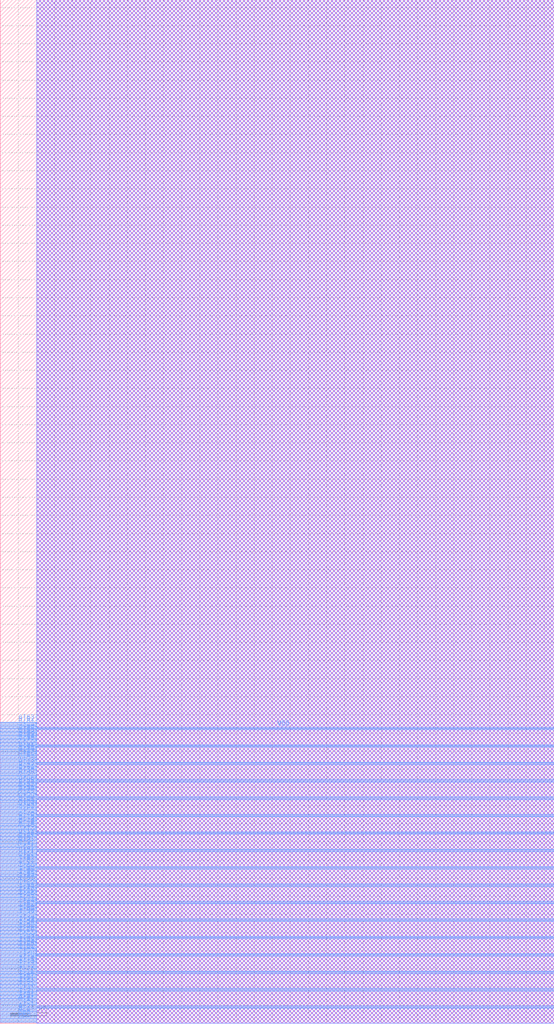
<source format=lef>
VERSION 5.6 ;
BUSBITCHARS "[]" ;
DIVIDERCHAR "/" ;

MACRO SRAM1RW128x64
  CLASS BLOCK ;
  ORIGIN 0 0 ;
  FOREIGN SRAM1RW128x64 0 0 ;
  SIZE 61.088 BY 112.832 ;
  SYMMETRY X Y ;
  SITE coreSite ;
  PIN VDD
    DIRECTION INOUT ;
    USE POWER ;
    PORT 
      LAYER M4 ;
        RECT 0.0 1.632 61.088 1.728 ;
        RECT 0.0 3.552 61.088 3.648 ;
        RECT 0.0 5.472 61.088 5.568 ;
        RECT 0.0 7.392 61.088 7.488 ;
        RECT 0.0 9.312 61.088 9.408 ;
        RECT 0.0 11.232 61.088 11.328 ;
        RECT 0.0 13.152 61.088 13.248 ;
        RECT 0.0 15.072 61.088 15.168 ;
        RECT 0.0 16.992 61.088 17.088 ;
        RECT 0.0 18.912 61.088 19.008 ;
        RECT 0.0 20.832 61.088 20.928 ;
        RECT 0.0 22.752 61.088 22.848 ;
        RECT 0.0 24.672 61.088 24.768 ;
        RECT 0.0 26.592 61.088 26.688 ;
        RECT 0.0 28.512 61.088 28.608 ;
        RECT 0.0 30.432 61.088 30.528 ;
        RECT 0.0 32.352 61.088 32.448 ;
    END 
  END VDD
  PIN VSS
    DIRECTION INOUT ;
    USE GROUND ;
    PORT 
      LAYER M4 ;
        RECT 0.0 1.824 61.088 1.92 ;
        RECT 0.0 3.744 61.088 3.84 ;
        RECT 0.0 5.664 61.088 5.76 ;
        RECT 0.0 7.584 61.088 7.68 ;
        RECT 0.0 9.504 61.088 9.6 ;
        RECT 0.0 11.424 61.088 11.52 ;
        RECT 0.0 13.344 61.088 13.44 ;
        RECT 0.0 15.264 61.088 15.36 ;
        RECT 0.0 17.184 61.088 17.28 ;
        RECT 0.0 19.104 61.088 19.2 ;
        RECT 0.0 21.024 61.088 21.12 ;
        RECT 0.0 22.944 61.088 23.04 ;
        RECT 0.0 24.864 61.088 24.96 ;
        RECT 0.0 26.784 61.088 26.88 ;
        RECT 0.0 28.704 61.088 28.8 ;
        RECT 0.0 30.624 61.088 30.72 ;
        RECT 0.0 32.544 61.088 32.64 ;
    END 
  END VSS
  PIN CE
    DIRECTION INPUT ;
    USE SIGNAL ;
    PORT 
      LAYER M4 ;
        RECT 0.0 0.096 4.0 0.192 ;
    END 
  END CE
  PIN WEB
    DIRECTION INPUT ;
    USE SIGNAL ;
    PORT 
      LAYER M4 ;
        RECT 0.0 0.288 4.0 0.384 ;
    END 
  END WEB
  PIN OEB
    DIRECTION INPUT ;
    USE SIGNAL ;
    PORT 
      LAYER M4 ;
        RECT 0.0 0.48 4.0 0.576 ;
    END 
  END OEB
  PIN CSB
    DIRECTION INPUT ;
    USE SIGNAL ;
    PORT 
      LAYER M4 ;
        RECT 0.0 0.672 4.0 0.768 ;
    END 
  END CSB
  PIN A[0]
    DIRECTION INPUT ;
    USE SIGNAL ;
    PORT 
      LAYER M4 ;
        RECT 0.0 0.864 4.0 0.96 ;
    END 
  END A[0]
  PIN A[1]
    DIRECTION INPUT ;
    USE SIGNAL ;
    PORT 
      LAYER M4 ;
        RECT 0.0 1.056 4.0 1.152 ;
    END 
  END A[1]
  PIN A[2]
    DIRECTION INPUT ;
    USE SIGNAL ;
    PORT 
      LAYER M4 ;
        RECT 0.0 1.248 4.0 1.344 ;
    END 
  END A[2]
  PIN A[3]
    DIRECTION INPUT ;
    USE SIGNAL ;
    PORT 
      LAYER M4 ;
        RECT 0.0 1.44 4.0 1.536 ;
    END 
  END A[3]
  PIN A[4]
    DIRECTION INPUT ;
    USE SIGNAL ;
    PORT 
      LAYER M4 ;
        RECT 0.0 2.016 4.0 2.112 ;
    END 
  END A[4]
  PIN A[5]
    DIRECTION INPUT ;
    USE SIGNAL ;
    PORT 
      LAYER M4 ;
        RECT 0.0 2.208 4.0 2.304 ;
    END 
  END A[5]
  PIN A[6]
    DIRECTION INPUT ;
    USE SIGNAL ;
    PORT 
      LAYER M4 ;
        RECT 0.0 2.4 4.0 2.496 ;
    END 
  END A[6]
  PIN I[0]
    DIRECTION INPUT ;
    USE SIGNAL ;
    PORT 
      LAYER M4 ;
        RECT 0.0 2.592 4.0 2.688 ;
    END 
  END I[0]
  PIN I[1]
    DIRECTION INPUT ;
    USE SIGNAL ;
    PORT 
      LAYER M4 ;
        RECT 0.0 2.784 4.0 2.88 ;
    END 
  END I[1]
  PIN I[2]
    DIRECTION INPUT ;
    USE SIGNAL ;
    PORT 
      LAYER M4 ;
        RECT 0.0 2.976 4.0 3.072 ;
    END 
  END I[2]
  PIN I[3]
    DIRECTION INPUT ;
    USE SIGNAL ;
    PORT 
      LAYER M4 ;
        RECT 0.0 3.168 4.0 3.264 ;
    END 
  END I[3]
  PIN I[4]
    DIRECTION INPUT ;
    USE SIGNAL ;
    PORT 
      LAYER M4 ;
        RECT 0.0 3.36 4.0 3.456 ;
    END 
  END I[4]
  PIN I[5]
    DIRECTION INPUT ;
    USE SIGNAL ;
    PORT 
      LAYER M4 ;
        RECT 0.0 3.936 4.0 4.032 ;
    END 
  END I[5]
  PIN I[6]
    DIRECTION INPUT ;
    USE SIGNAL ;
    PORT 
      LAYER M4 ;
        RECT 0.0 4.128 4.0 4.224 ;
    END 
  END I[6]
  PIN I[7]
    DIRECTION INPUT ;
    USE SIGNAL ;
    PORT 
      LAYER M4 ;
        RECT 0.0 4.32 4.0 4.416 ;
    END 
  END I[7]
  PIN I[8]
    DIRECTION INPUT ;
    USE SIGNAL ;
    PORT 
      LAYER M4 ;
        RECT 0.0 4.512 4.0 4.608 ;
    END 
  END I[8]
  PIN I[9]
    DIRECTION INPUT ;
    USE SIGNAL ;
    PORT 
      LAYER M4 ;
        RECT 0.0 4.704 4.0 4.8 ;
    END 
  END I[9]
  PIN I[10]
    DIRECTION INPUT ;
    USE SIGNAL ;
    PORT 
      LAYER M4 ;
        RECT 0.0 4.896 4.0 4.992 ;
    END 
  END I[10]
  PIN I[11]
    DIRECTION INPUT ;
    USE SIGNAL ;
    PORT 
      LAYER M4 ;
        RECT 0.0 5.088 4.0 5.184 ;
    END 
  END I[11]
  PIN I[12]
    DIRECTION INPUT ;
    USE SIGNAL ;
    PORT 
      LAYER M4 ;
        RECT 0.0 5.28 4.0 5.376 ;
    END 
  END I[12]
  PIN I[13]
    DIRECTION INPUT ;
    USE SIGNAL ;
    PORT 
      LAYER M4 ;
        RECT 0.0 5.856 4.0 5.952 ;
    END 
  END I[13]
  PIN I[14]
    DIRECTION INPUT ;
    USE SIGNAL ;
    PORT 
      LAYER M4 ;
        RECT 0.0 6.048 4.0 6.144 ;
    END 
  END I[14]
  PIN I[15]
    DIRECTION INPUT ;
    USE SIGNAL ;
    PORT 
      LAYER M4 ;
        RECT 0.0 6.24 4.0 6.336 ;
    END 
  END I[15]
  PIN I[16]
    DIRECTION INPUT ;
    USE SIGNAL ;
    PORT 
      LAYER M4 ;
        RECT 0.0 6.432 4.0 6.528 ;
    END 
  END I[16]
  PIN I[17]
    DIRECTION INPUT ;
    USE SIGNAL ;
    PORT 
      LAYER M4 ;
        RECT 0.0 6.624 4.0 6.72 ;
    END 
  END I[17]
  PIN I[18]
    DIRECTION INPUT ;
    USE SIGNAL ;
    PORT 
      LAYER M4 ;
        RECT 0.0 6.816 4.0 6.912 ;
    END 
  END I[18]
  PIN I[19]
    DIRECTION INPUT ;
    USE SIGNAL ;
    PORT 
      LAYER M4 ;
        RECT 0.0 7.008 4.0 7.104 ;
    END 
  END I[19]
  PIN I[20]
    DIRECTION INPUT ;
    USE SIGNAL ;
    PORT 
      LAYER M4 ;
        RECT 0.0 7.2 4.0 7.296 ;
    END 
  END I[20]
  PIN I[21]
    DIRECTION INPUT ;
    USE SIGNAL ;
    PORT 
      LAYER M4 ;
        RECT 0.0 7.776 4.0 7.872 ;
    END 
  END I[21]
  PIN I[22]
    DIRECTION INPUT ;
    USE SIGNAL ;
    PORT 
      LAYER M4 ;
        RECT 0.0 7.968 4.0 8.064 ;
    END 
  END I[22]
  PIN I[23]
    DIRECTION INPUT ;
    USE SIGNAL ;
    PORT 
      LAYER M4 ;
        RECT 0.0 8.16 4.0 8.256 ;
    END 
  END I[23]
  PIN I[24]
    DIRECTION INPUT ;
    USE SIGNAL ;
    PORT 
      LAYER M4 ;
        RECT 0.0 8.352 4.0 8.448 ;
    END 
  END I[24]
  PIN I[25]
    DIRECTION INPUT ;
    USE SIGNAL ;
    PORT 
      LAYER M4 ;
        RECT 0.0 8.544 4.0 8.64 ;
    END 
  END I[25]
  PIN I[26]
    DIRECTION INPUT ;
    USE SIGNAL ;
    PORT 
      LAYER M4 ;
        RECT 0.0 8.736 4.0 8.832 ;
    END 
  END I[26]
  PIN I[27]
    DIRECTION INPUT ;
    USE SIGNAL ;
    PORT 
      LAYER M4 ;
        RECT 0.0 8.928 4.0 9.024 ;
    END 
  END I[27]
  PIN I[28]
    DIRECTION INPUT ;
    USE SIGNAL ;
    PORT 
      LAYER M4 ;
        RECT 0.0 9.12 4.0 9.216 ;
    END 
  END I[28]
  PIN I[29]
    DIRECTION INPUT ;
    USE SIGNAL ;
    PORT 
      LAYER M4 ;
        RECT 0.0 9.696 4.0 9.792 ;
    END 
  END I[29]
  PIN I[30]
    DIRECTION INPUT ;
    USE SIGNAL ;
    PORT 
      LAYER M4 ;
        RECT 0.0 9.888 4.0 9.984 ;
    END 
  END I[30]
  PIN I[31]
    DIRECTION INPUT ;
    USE SIGNAL ;
    PORT 
      LAYER M4 ;
        RECT 0.0 10.08 4.0 10.176 ;
    END 
  END I[31]
  PIN I[32]
    DIRECTION INPUT ;
    USE SIGNAL ;
    PORT 
      LAYER M4 ;
        RECT 0.0 10.272 4.0 10.368 ;
    END 
  END I[32]
  PIN I[33]
    DIRECTION INPUT ;
    USE SIGNAL ;
    PORT 
      LAYER M4 ;
        RECT 0.0 10.464 4.0 10.56 ;
    END 
  END I[33]
  PIN I[34]
    DIRECTION INPUT ;
    USE SIGNAL ;
    PORT 
      LAYER M4 ;
        RECT 0.0 10.656 4.0 10.752 ;
    END 
  END I[34]
  PIN I[35]
    DIRECTION INPUT ;
    USE SIGNAL ;
    PORT 
      LAYER M4 ;
        RECT 0.0 10.848 4.0 10.944 ;
    END 
  END I[35]
  PIN I[36]
    DIRECTION INPUT ;
    USE SIGNAL ;
    PORT 
      LAYER M4 ;
        RECT 0.0 11.04 4.0 11.136 ;
    END 
  END I[36]
  PIN I[37]
    DIRECTION INPUT ;
    USE SIGNAL ;
    PORT 
      LAYER M4 ;
        RECT 0.0 11.616 4.0 11.712 ;
    END 
  END I[37]
  PIN I[38]
    DIRECTION INPUT ;
    USE SIGNAL ;
    PORT 
      LAYER M4 ;
        RECT 0.0 11.808 4.0 11.904 ;
    END 
  END I[38]
  PIN I[39]
    DIRECTION INPUT ;
    USE SIGNAL ;
    PORT 
      LAYER M4 ;
        RECT 0.0 12.0 4.0 12.096 ;
    END 
  END I[39]
  PIN I[40]
    DIRECTION INPUT ;
    USE SIGNAL ;
    PORT 
      LAYER M4 ;
        RECT 0.0 12.192 4.0 12.288 ;
    END 
  END I[40]
  PIN I[41]
    DIRECTION INPUT ;
    USE SIGNAL ;
    PORT 
      LAYER M4 ;
        RECT 0.0 12.384 4.0 12.48 ;
    END 
  END I[41]
  PIN I[42]
    DIRECTION INPUT ;
    USE SIGNAL ;
    PORT 
      LAYER M4 ;
        RECT 0.0 12.576 4.0 12.672 ;
    END 
  END I[42]
  PIN I[43]
    DIRECTION INPUT ;
    USE SIGNAL ;
    PORT 
      LAYER M4 ;
        RECT 0.0 12.768 4.0 12.864 ;
    END 
  END I[43]
  PIN I[44]
    DIRECTION INPUT ;
    USE SIGNAL ;
    PORT 
      LAYER M4 ;
        RECT 0.0 12.96 4.0 13.056 ;
    END 
  END I[44]
  PIN I[45]
    DIRECTION INPUT ;
    USE SIGNAL ;
    PORT 
      LAYER M4 ;
        RECT 0.0 13.536 4.0 13.632 ;
    END 
  END I[45]
  PIN I[46]
    DIRECTION INPUT ;
    USE SIGNAL ;
    PORT 
      LAYER M4 ;
        RECT 0.0 13.728 4.0 13.824 ;
    END 
  END I[46]
  PIN I[47]
    DIRECTION INPUT ;
    USE SIGNAL ;
    PORT 
      LAYER M4 ;
        RECT 0.0 13.92 4.0 14.016 ;
    END 
  END I[47]
  PIN I[48]
    DIRECTION INPUT ;
    USE SIGNAL ;
    PORT 
      LAYER M4 ;
        RECT 0.0 14.112 4.0 14.208 ;
    END 
  END I[48]
  PIN I[49]
    DIRECTION INPUT ;
    USE SIGNAL ;
    PORT 
      LAYER M4 ;
        RECT 0.0 14.304 4.0 14.4 ;
    END 
  END I[49]
  PIN I[50]
    DIRECTION INPUT ;
    USE SIGNAL ;
    PORT 
      LAYER M4 ;
        RECT 0.0 14.496 4.0 14.592 ;
    END 
  END I[50]
  PIN I[51]
    DIRECTION INPUT ;
    USE SIGNAL ;
    PORT 
      LAYER M4 ;
        RECT 0.0 14.688 4.0 14.784 ;
    END 
  END I[51]
  PIN I[52]
    DIRECTION INPUT ;
    USE SIGNAL ;
    PORT 
      LAYER M4 ;
        RECT 0.0 14.88 4.0 14.976 ;
    END 
  END I[52]
  PIN I[53]
    DIRECTION INPUT ;
    USE SIGNAL ;
    PORT 
      LAYER M4 ;
        RECT 0.0 15.456 4.0 15.552 ;
    END 
  END I[53]
  PIN I[54]
    DIRECTION INPUT ;
    USE SIGNAL ;
    PORT 
      LAYER M4 ;
        RECT 0.0 15.648 4.0 15.744 ;
    END 
  END I[54]
  PIN I[55]
    DIRECTION INPUT ;
    USE SIGNAL ;
    PORT 
      LAYER M4 ;
        RECT 0.0 15.84 4.0 15.936 ;
    END 
  END I[55]
  PIN I[56]
    DIRECTION INPUT ;
    USE SIGNAL ;
    PORT 
      LAYER M4 ;
        RECT 0.0 16.032 4.0 16.128 ;
    END 
  END I[56]
  PIN I[57]
    DIRECTION INPUT ;
    USE SIGNAL ;
    PORT 
      LAYER M4 ;
        RECT 0.0 16.224 4.0 16.32 ;
    END 
  END I[57]
  PIN I[58]
    DIRECTION INPUT ;
    USE SIGNAL ;
    PORT 
      LAYER M4 ;
        RECT 0.0 16.416 4.0 16.512 ;
    END 
  END I[58]
  PIN I[59]
    DIRECTION INPUT ;
    USE SIGNAL ;
    PORT 
      LAYER M4 ;
        RECT 0.0 16.608 4.0 16.704 ;
    END 
  END I[59]
  PIN I[60]
    DIRECTION INPUT ;
    USE SIGNAL ;
    PORT 
      LAYER M4 ;
        RECT 0.0 16.8 4.0 16.896 ;
    END 
  END I[60]
  PIN I[61]
    DIRECTION INPUT ;
    USE SIGNAL ;
    PORT 
      LAYER M4 ;
        RECT 0.0 17.376 4.0 17.472 ;
    END 
  END I[61]
  PIN I[62]
    DIRECTION INPUT ;
    USE SIGNAL ;
    PORT 
      LAYER M4 ;
        RECT 0.0 17.568 4.0 17.664 ;
    END 
  END I[62]
  PIN I[63]
    DIRECTION INPUT ;
    USE SIGNAL ;
    PORT 
      LAYER M4 ;
        RECT 0.0 17.76 4.0 17.856 ;
    END 
  END I[63]
  PIN O[0]
    DIRECTION OUTPUT ;
    USE SIGNAL ;
    PORT 
      LAYER M4 ;
        RECT 0.0 17.952 4.0 18.048 ;
    END 
  END O[0]
  PIN O[1]
    DIRECTION OUTPUT ;
    USE SIGNAL ;
    PORT 
      LAYER M4 ;
        RECT 0.0 18.144 4.0 18.24 ;
    END 
  END O[1]
  PIN O[2]
    DIRECTION OUTPUT ;
    USE SIGNAL ;
    PORT 
      LAYER M4 ;
        RECT 0.0 18.336 4.0 18.432 ;
    END 
  END O[2]
  PIN O[3]
    DIRECTION OUTPUT ;
    USE SIGNAL ;
    PORT 
      LAYER M4 ;
        RECT 0.0 18.528 4.0 18.624 ;
    END 
  END O[3]
  PIN O[4]
    DIRECTION OUTPUT ;
    USE SIGNAL ;
    PORT 
      LAYER M4 ;
        RECT 0.0 18.72 4.0 18.816 ;
    END 
  END O[4]
  PIN O[5]
    DIRECTION OUTPUT ;
    USE SIGNAL ;
    PORT 
      LAYER M4 ;
        RECT 0.0 19.296 4.0 19.392 ;
    END 
  END O[5]
  PIN O[6]
    DIRECTION OUTPUT ;
    USE SIGNAL ;
    PORT 
      LAYER M4 ;
        RECT 0.0 19.488 4.0 19.584 ;
    END 
  END O[6]
  PIN O[7]
    DIRECTION OUTPUT ;
    USE SIGNAL ;
    PORT 
      LAYER M4 ;
        RECT 0.0 19.68 4.0 19.776 ;
    END 
  END O[7]
  PIN O[8]
    DIRECTION OUTPUT ;
    USE SIGNAL ;
    PORT 
      LAYER M4 ;
        RECT 0.0 19.872 4.0 19.968 ;
    END 
  END O[8]
  PIN O[9]
    DIRECTION OUTPUT ;
    USE SIGNAL ;
    PORT 
      LAYER M4 ;
        RECT 0.0 20.064 4.0 20.16 ;
    END 
  END O[9]
  PIN O[10]
    DIRECTION OUTPUT ;
    USE SIGNAL ;
    PORT 
      LAYER M4 ;
        RECT 0.0 20.256 4.0 20.352 ;
    END 
  END O[10]
  PIN O[11]
    DIRECTION OUTPUT ;
    USE SIGNAL ;
    PORT 
      LAYER M4 ;
        RECT 0.0 20.448 4.0 20.544 ;
    END 
  END O[11]
  PIN O[12]
    DIRECTION OUTPUT ;
    USE SIGNAL ;
    PORT 
      LAYER M4 ;
        RECT 0.0 20.64 4.0 20.736 ;
    END 
  END O[12]
  PIN O[13]
    DIRECTION OUTPUT ;
    USE SIGNAL ;
    PORT 
      LAYER M4 ;
        RECT 0.0 21.216 4.0 21.312 ;
    END 
  END O[13]
  PIN O[14]
    DIRECTION OUTPUT ;
    USE SIGNAL ;
    PORT 
      LAYER M4 ;
        RECT 0.0 21.408 4.0 21.504 ;
    END 
  END O[14]
  PIN O[15]
    DIRECTION OUTPUT ;
    USE SIGNAL ;
    PORT 
      LAYER M4 ;
        RECT 0.0 21.6 4.0 21.696 ;
    END 
  END O[15]
  PIN O[16]
    DIRECTION OUTPUT ;
    USE SIGNAL ;
    PORT 
      LAYER M4 ;
        RECT 0.0 21.792 4.0 21.888 ;
    END 
  END O[16]
  PIN O[17]
    DIRECTION OUTPUT ;
    USE SIGNAL ;
    PORT 
      LAYER M4 ;
        RECT 0.0 21.984 4.0 22.08 ;
    END 
  END O[17]
  PIN O[18]
    DIRECTION OUTPUT ;
    USE SIGNAL ;
    PORT 
      LAYER M4 ;
        RECT 0.0 22.176 4.0 22.272 ;
    END 
  END O[18]
  PIN O[19]
    DIRECTION OUTPUT ;
    USE SIGNAL ;
    PORT 
      LAYER M4 ;
        RECT 0.0 22.368 4.0 22.464 ;
    END 
  END O[19]
  PIN O[20]
    DIRECTION OUTPUT ;
    USE SIGNAL ;
    PORT 
      LAYER M4 ;
        RECT 0.0 22.56 4.0 22.656 ;
    END 
  END O[20]
  PIN O[21]
    DIRECTION OUTPUT ;
    USE SIGNAL ;
    PORT 
      LAYER M4 ;
        RECT 0.0 23.136 4.0 23.232 ;
    END 
  END O[21]
  PIN O[22]
    DIRECTION OUTPUT ;
    USE SIGNAL ;
    PORT 
      LAYER M4 ;
        RECT 0.0 23.328 4.0 23.424 ;
    END 
  END O[22]
  PIN O[23]
    DIRECTION OUTPUT ;
    USE SIGNAL ;
    PORT 
      LAYER M4 ;
        RECT 0.0 23.52 4.0 23.616 ;
    END 
  END O[23]
  PIN O[24]
    DIRECTION OUTPUT ;
    USE SIGNAL ;
    PORT 
      LAYER M4 ;
        RECT 0.0 23.712 4.0 23.808 ;
    END 
  END O[24]
  PIN O[25]
    DIRECTION OUTPUT ;
    USE SIGNAL ;
    PORT 
      LAYER M4 ;
        RECT 0.0 23.904 4.0 24.0 ;
    END 
  END O[25]
  PIN O[26]
    DIRECTION OUTPUT ;
    USE SIGNAL ;
    PORT 
      LAYER M4 ;
        RECT 0.0 24.096 4.0 24.192 ;
    END 
  END O[26]
  PIN O[27]
    DIRECTION OUTPUT ;
    USE SIGNAL ;
    PORT 
      LAYER M4 ;
        RECT 0.0 24.288 4.0 24.384 ;
    END 
  END O[27]
  PIN O[28]
    DIRECTION OUTPUT ;
    USE SIGNAL ;
    PORT 
      LAYER M4 ;
        RECT 0.0 24.48 4.0 24.576 ;
    END 
  END O[28]
  PIN O[29]
    DIRECTION OUTPUT ;
    USE SIGNAL ;
    PORT 
      LAYER M4 ;
        RECT 0.0 25.056 4.0 25.152 ;
    END 
  END O[29]
  PIN O[30]
    DIRECTION OUTPUT ;
    USE SIGNAL ;
    PORT 
      LAYER M4 ;
        RECT 0.0 25.248 4.0 25.344 ;
    END 
  END O[30]
  PIN O[31]
    DIRECTION OUTPUT ;
    USE SIGNAL ;
    PORT 
      LAYER M4 ;
        RECT 0.0 25.44 4.0 25.536 ;
    END 
  END O[31]
  PIN O[32]
    DIRECTION OUTPUT ;
    USE SIGNAL ;
    PORT 
      LAYER M4 ;
        RECT 0.0 25.632 4.0 25.728 ;
    END 
  END O[32]
  PIN O[33]
    DIRECTION OUTPUT ;
    USE SIGNAL ;
    PORT 
      LAYER M4 ;
        RECT 0.0 25.824 4.0 25.92 ;
    END 
  END O[33]
  PIN O[34]
    DIRECTION OUTPUT ;
    USE SIGNAL ;
    PORT 
      LAYER M4 ;
        RECT 0.0 26.016 4.0 26.112 ;
    END 
  END O[34]
  PIN O[35]
    DIRECTION OUTPUT ;
    USE SIGNAL ;
    PORT 
      LAYER M4 ;
        RECT 0.0 26.208 4.0 26.304 ;
    END 
  END O[35]
  PIN O[36]
    DIRECTION OUTPUT ;
    USE SIGNAL ;
    PORT 
      LAYER M4 ;
        RECT 0.0 26.4 4.0 26.496 ;
    END 
  END O[36]
  PIN O[37]
    DIRECTION OUTPUT ;
    USE SIGNAL ;
    PORT 
      LAYER M4 ;
        RECT 0.0 26.976 4.0 27.072 ;
    END 
  END O[37]
  PIN O[38]
    DIRECTION OUTPUT ;
    USE SIGNAL ;
    PORT 
      LAYER M4 ;
        RECT 0.0 27.168 4.0 27.264 ;
    END 
  END O[38]
  PIN O[39]
    DIRECTION OUTPUT ;
    USE SIGNAL ;
    PORT 
      LAYER M4 ;
        RECT 0.0 27.36 4.0 27.456 ;
    END 
  END O[39]
  PIN O[40]
    DIRECTION OUTPUT ;
    USE SIGNAL ;
    PORT 
      LAYER M4 ;
        RECT 0.0 27.552 4.0 27.648 ;
    END 
  END O[40]
  PIN O[41]
    DIRECTION OUTPUT ;
    USE SIGNAL ;
    PORT 
      LAYER M4 ;
        RECT 0.0 27.744 4.0 27.84 ;
    END 
  END O[41]
  PIN O[42]
    DIRECTION OUTPUT ;
    USE SIGNAL ;
    PORT 
      LAYER M4 ;
        RECT 0.0 27.936 4.0 28.032 ;
    END 
  END O[42]
  PIN O[43]
    DIRECTION OUTPUT ;
    USE SIGNAL ;
    PORT 
      LAYER M4 ;
        RECT 0.0 28.128 4.0 28.224 ;
    END 
  END O[43]
  PIN O[44]
    DIRECTION OUTPUT ;
    USE SIGNAL ;
    PORT 
      LAYER M4 ;
        RECT 0.0 28.32 4.0 28.416 ;
    END 
  END O[44]
  PIN O[45]
    DIRECTION OUTPUT ;
    USE SIGNAL ;
    PORT 
      LAYER M4 ;
        RECT 0.0 28.896 4.0 28.992 ;
    END 
  END O[45]
  PIN O[46]
    DIRECTION OUTPUT ;
    USE SIGNAL ;
    PORT 
      LAYER M4 ;
        RECT 0.0 29.088 4.0 29.184 ;
    END 
  END O[46]
  PIN O[47]
    DIRECTION OUTPUT ;
    USE SIGNAL ;
    PORT 
      LAYER M4 ;
        RECT 0.0 29.28 4.0 29.376 ;
    END 
  END O[47]
  PIN O[48]
    DIRECTION OUTPUT ;
    USE SIGNAL ;
    PORT 
      LAYER M4 ;
        RECT 0.0 29.472 4.0 29.568 ;
    END 
  END O[48]
  PIN O[49]
    DIRECTION OUTPUT ;
    USE SIGNAL ;
    PORT 
      LAYER M4 ;
        RECT 0.0 29.664 4.0 29.76 ;
    END 
  END O[49]
  PIN O[50]
    DIRECTION OUTPUT ;
    USE SIGNAL ;
    PORT 
      LAYER M4 ;
        RECT 0.0 29.856 4.0 29.952 ;
    END 
  END O[50]
  PIN O[51]
    DIRECTION OUTPUT ;
    USE SIGNAL ;
    PORT 
      LAYER M4 ;
        RECT 0.0 30.048 4.0 30.144 ;
    END 
  END O[51]
  PIN O[52]
    DIRECTION OUTPUT ;
    USE SIGNAL ;
    PORT 
      LAYER M4 ;
        RECT 0.0 30.24 4.0 30.336 ;
    END 
  END O[52]
  PIN O[53]
    DIRECTION OUTPUT ;
    USE SIGNAL ;
    PORT 
      LAYER M4 ;
        RECT 0.0 30.816 4.0 30.912 ;
    END 
  END O[53]
  PIN O[54]
    DIRECTION OUTPUT ;
    USE SIGNAL ;
    PORT 
      LAYER M4 ;
        RECT 0.0 31.008 4.0 31.104 ;
    END 
  END O[54]
  PIN O[55]
    DIRECTION OUTPUT ;
    USE SIGNAL ;
    PORT 
      LAYER M4 ;
        RECT 0.0 31.2 4.0 31.296 ;
    END 
  END O[55]
  PIN O[56]
    DIRECTION OUTPUT ;
    USE SIGNAL ;
    PORT 
      LAYER M4 ;
        RECT 0.0 31.392 4.0 31.488 ;
    END 
  END O[56]
  PIN O[57]
    DIRECTION OUTPUT ;
    USE SIGNAL ;
    PORT 
      LAYER M4 ;
        RECT 0.0 31.584 4.0 31.68 ;
    END 
  END O[57]
  PIN O[58]
    DIRECTION OUTPUT ;
    USE SIGNAL ;
    PORT 
      LAYER M4 ;
        RECT 0.0 31.776 4.0 31.872 ;
    END 
  END O[58]
  PIN O[59]
    DIRECTION OUTPUT ;
    USE SIGNAL ;
    PORT 
      LAYER M4 ;
        RECT 0.0 31.968 4.0 32.064 ;
    END 
  END O[59]
  PIN O[60]
    DIRECTION OUTPUT ;
    USE SIGNAL ;
    PORT 
      LAYER M4 ;
        RECT 0.0 32.16 4.0 32.256 ;
    END 
  END O[60]
  PIN O[61]
    DIRECTION OUTPUT ;
    USE SIGNAL ;
    PORT 
      LAYER M4 ;
        RECT 0.0 32.736 4.0 32.832 ;
    END 
  END O[61]
  PIN O[62]
    DIRECTION OUTPUT ;
    USE SIGNAL ;
    PORT 
      LAYER M4 ;
        RECT 0.0 32.928 4.0 33.024 ;
    END 
  END O[62]
  PIN O[63]
    DIRECTION OUTPUT ;
    USE SIGNAL ;
    PORT 
      LAYER M4 ;
        RECT 0.0 33.12 4.0 33.216 ;
    END 
  END O[63]
  OBS 
    LAYER M1 ;
      RECT 4.0 0.0 61.088 112.832 ;
    LAYER M2 ;
      RECT 4.0 0.0 61.088 112.832 ;
    LAYER M3 ;
      RECT 4.0 0.0 61.088 112.832 ;
  END 
END SRAM1RW128x64

END LIBRARY
</source>
